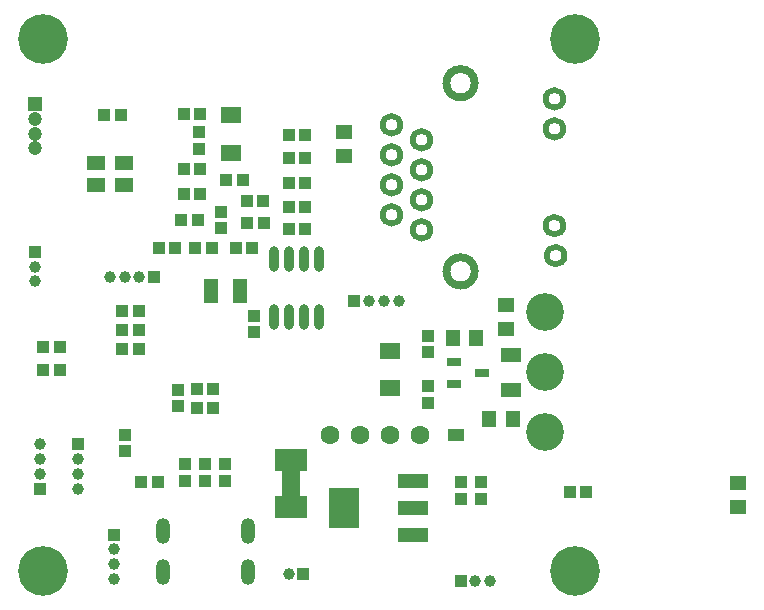
<source format=gbs>
G04*
G04 #@! TF.GenerationSoftware,Altium Limited,Altium Designer,19.1.7 (138)*
G04*
G04 Layer_Color=16711935*
%FSLAX44Y44*%
%MOMM*%
G71*
G01*
G75*
%ADD17R,1.0532X1.0532*%
%ADD18R,1.0532X1.0532*%
%ADD19R,1.4532X1.2032*%
%ADD21R,1.5032X1.2532*%
%ADD30C,1.6032*%
%ADD31C,1.0032*%
%ADD32R,1.0032X1.0032*%
%ADD33R,1.0032X1.0032*%
%ADD34O,1.2032X2.2032*%
%ADD35C,3.2032*%
%ADD38R,1.2032X1.2032*%
%ADD39C,1.2032*%
%ADD40C,4.2032*%
%ADD84C,0.5500*%
%ADD85C,0.6500*%
%ADD86R,1.4000X1.1000*%
%ADD87R,1.6000X2.1750*%
%ADD88R,1.2032X1.4532*%
%ADD89R,1.2032X0.8032*%
%ADD90R,2.7032X1.9032*%
%ADD91R,1.8032X1.4032*%
%ADD92R,1.3032X2.0032*%
%ADD93R,2.6032X1.2032*%
%ADD94R,2.6032X3.5032*%
%ADD95R,1.8032X1.2032*%
G04:AMPARAMS|DCode=96|XSize=2.2032mm|YSize=0.8032mm|CornerRadius=0.4016mm|HoleSize=0mm|Usage=FLASHONLY|Rotation=270.000|XOffset=0mm|YOffset=0mm|HoleType=Round|Shape=RoundedRectangle|*
%AMROUNDEDRECTD96*
21,1,2.2032,0.0000,0,0,270.0*
21,1,1.4000,0.8032,0,0,270.0*
1,1,0.8032,0.0000,-0.7000*
1,1,0.8032,0.0000,0.7000*
1,1,0.8032,0.0000,0.7000*
1,1,0.8032,0.0000,-0.7000*
%
%ADD96ROUNDEDRECTD96*%
D17*
X204000Y241000D02*
D03*
Y227000D02*
D03*
X351000Y181000D02*
D03*
Y167000D02*
D03*
Y210000D02*
D03*
Y224000D02*
D03*
X94000Y140000D02*
D03*
Y126000D02*
D03*
X145000Y115000D02*
D03*
Y101000D02*
D03*
X162000Y115000D02*
D03*
Y101000D02*
D03*
X179000D02*
D03*
Y115000D02*
D03*
X139000Y164000D02*
D03*
Y178000D02*
D03*
X396000Y100000D02*
D03*
Y86000D02*
D03*
X379000Y100000D02*
D03*
Y86000D02*
D03*
X176000Y315000D02*
D03*
Y329000D02*
D03*
X157001Y396001D02*
D03*
Y382001D02*
D03*
D18*
X91000Y411000D02*
D03*
X77000D02*
D03*
X485000Y92000D02*
D03*
X471000D02*
D03*
X211500Y338250D02*
D03*
X197500D02*
D03*
X233000Y314000D02*
D03*
X247000D02*
D03*
X25000Y195000D02*
D03*
X39000D02*
D03*
X25000Y214000D02*
D03*
X39000D02*
D03*
X122000Y100000D02*
D03*
X108000D02*
D03*
X169000Y163000D02*
D03*
X155000D02*
D03*
X169000Y179000D02*
D03*
X155000D02*
D03*
X92000Y229000D02*
D03*
X106000D02*
D03*
X92000Y213000D02*
D03*
X106000D02*
D03*
X92000Y245000D02*
D03*
X106000D02*
D03*
X142000Y322000D02*
D03*
X156000D02*
D03*
X188000Y298000D02*
D03*
X202000D02*
D03*
X168000D02*
D03*
X154000D02*
D03*
X123000D02*
D03*
X137000D02*
D03*
X247000Y374000D02*
D03*
X233000D02*
D03*
X233000Y394000D02*
D03*
X247000D02*
D03*
Y353000D02*
D03*
X233000D02*
D03*
X247000Y333000D02*
D03*
X233000D02*
D03*
X198000Y319000D02*
D03*
X212000D02*
D03*
X144000Y365000D02*
D03*
X158000D02*
D03*
Y412000D02*
D03*
X144000D02*
D03*
X158000Y344000D02*
D03*
X144000D02*
D03*
X180000Y356000D02*
D03*
X194000D02*
D03*
D19*
X613000Y99000D02*
D03*
Y79000D02*
D03*
X417000Y250000D02*
D03*
Y230000D02*
D03*
X280000Y396000D02*
D03*
Y376000D02*
D03*
D21*
X93250Y369750D02*
D03*
Y351250D02*
D03*
X70250D02*
D03*
Y369750D02*
D03*
D30*
X344400Y140000D02*
D03*
X319000D02*
D03*
X293600D02*
D03*
X268200D02*
D03*
D31*
X54500Y107000D02*
D03*
Y94500D02*
D03*
Y119500D02*
D03*
X106500Y274000D02*
D03*
X81500D02*
D03*
X94000D02*
D03*
X391000Y16000D02*
D03*
X403500D02*
D03*
X233000Y22000D02*
D03*
X18000Y282500D02*
D03*
Y270000D02*
D03*
X85000Y43000D02*
D03*
Y18000D02*
D03*
Y30500D02*
D03*
X22750Y119500D02*
D03*
Y132000D02*
D03*
Y107000D02*
D03*
X313500Y253000D02*
D03*
X326000D02*
D03*
X301000D02*
D03*
D32*
X54500Y132000D02*
D03*
X18000Y295000D02*
D03*
X85000Y55500D02*
D03*
X22750Y94500D02*
D03*
D33*
X119000Y274000D02*
D03*
X378500Y16000D02*
D03*
X245500Y22000D02*
D03*
X288500Y253000D02*
D03*
D34*
X198500Y23500D02*
D03*
Y58200D02*
D03*
X126500D02*
D03*
Y23500D02*
D03*
D35*
X450000Y193000D02*
D03*
Y243800D02*
D03*
Y142200D02*
D03*
D38*
X18000Y420000D02*
D03*
D39*
Y407500D02*
D03*
Y382500D02*
D03*
Y395000D02*
D03*
D40*
X25000Y25000D02*
D03*
Y475000D02*
D03*
X475000Y25000D02*
D03*
Y475000D02*
D03*
D84*
X465500Y424400D02*
G03*
X465500Y424400I-7500J0D01*
G01*
Y399000D02*
G03*
X465500Y399000I-7500J0D01*
G01*
Y317100D02*
G03*
X465500Y317100I-7500J0D01*
G01*
X466500Y291700D02*
G03*
X466500Y291700I-7500J0D01*
G01*
X353000Y313550D02*
G03*
X353000Y313550I-7500J0D01*
G01*
X327600Y326250D02*
G03*
X327600Y326250I-7500J0D01*
G01*
X353000Y338950D02*
G03*
X353000Y338950I-7500J0D01*
G01*
X327600Y351650D02*
G03*
X327600Y351650I-7500J0D01*
G01*
X353000Y364350D02*
G03*
X353000Y364350I-7500J0D01*
G01*
X327600Y377050D02*
G03*
X327600Y377050I-7500J0D01*
G01*
Y402450D02*
G03*
X327600Y402450I-7500J0D01*
G01*
X353000Y389750D02*
G03*
X353000Y389750I-7500J0D01*
G01*
D85*
X390500Y278400D02*
G03*
X390500Y278400I-12000J0D01*
G01*
Y437700D02*
G03*
X390500Y437700I-12000J0D01*
G01*
D86*
X375000Y139500D02*
D03*
D87*
X235000Y99375D02*
D03*
D88*
X372000Y222000D02*
D03*
X392000D02*
D03*
X423000Y153000D02*
D03*
X403000D02*
D03*
D89*
X373000Y183000D02*
D03*
Y202000D02*
D03*
X397000Y192500D02*
D03*
D90*
X235000Y119000D02*
D03*
Y79000D02*
D03*
D91*
X318500Y211250D02*
D03*
Y179250D02*
D03*
X184000Y411000D02*
D03*
Y379000D02*
D03*
D92*
X167002Y261498D02*
D03*
X192002D02*
D03*
D93*
X338000Y101000D02*
D03*
Y78000D02*
D03*
Y55000D02*
D03*
D94*
X280000Y78000D02*
D03*
D95*
X421000Y178000D02*
D03*
Y208000D02*
D03*
D96*
X220696Y239362D02*
D03*
X233564Y239360D02*
D03*
X246264D02*
D03*
X258964D02*
D03*
Y288640D02*
D03*
X246264D02*
D03*
X233396Y288638D02*
D03*
X220864Y288640D02*
D03*
M02*

</source>
